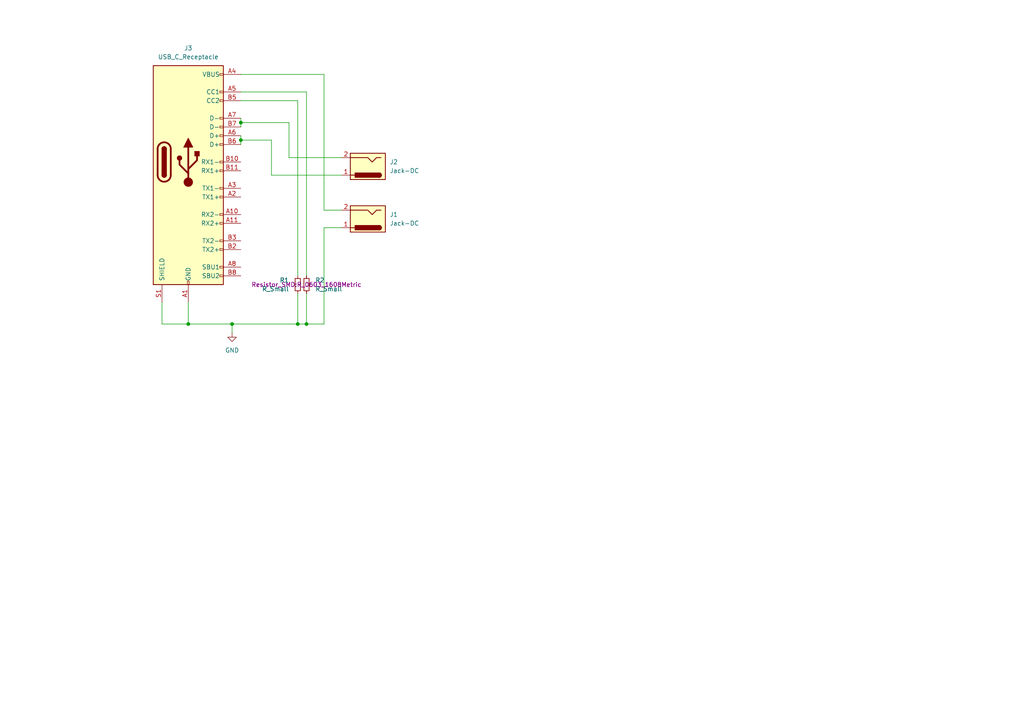
<source format=kicad_sch>
(kicad_sch (version 20230121) (generator eeschema)
  (paper "A4")
  (lib_symbols
    (symbol "Connector:Jack-DC" (pin_names (offset 1.016))
      (property "Reference" "J" (at 0 5.334 0))
      (property "Value" "Jack-DC" (at 0 -5.08 0))
      (symbol "Jack-DC_0_1"
        (rectangle (start -5.08 3.81) (end 5.08 -3.81) (stroke (width 0.254)) (fill (type background)))
        (arc (start -3.302 3.175) (mid -3.9343 2.54) (end -3.302 1.905) (stroke (width 0.254)))
        (arc (start -3.302 3.175) (mid -3.9343 2.54) (end -3.302 1.905) (stroke (width 0.254)) (fill (type outline)))
        (polyline (pts (xy 5.08 2.54) (xy 3.81 2.54)) (stroke (width 0.254)))
        (polyline (pts (xy -3.81 -2.54) (xy -2.54 -2.54) (xy -1.27 -1.27) (xy 0 -2.54) (xy 2.54 -2.54) (xy 5.08 -2.54)) (stroke (width 0.254)))
        (rectangle (start 3.683 3.175) (end -3.302 1.905) (stroke (width 0.254)) (fill (type outline)))
      )
      (symbol "Jack-DC_1_1"
        (pin passive line (at 7.62 2.54 180) (length 2.54) (name "~") (number "1"))
        (pin passive line (at 7.62 -2.54 180) (length 2.54) (name "~") (number "2"))
      )
    )
    (symbol "Connector:USB_C_Receptacle" (pin_names (offset 1.016))
      (property "Reference" "J" (at -10.16 29.21 0))
      (property "Value" "USB_C_Receptacle" (at 10.16 29.21 0))
      (symbol "USB_C_Receptacle_0_0"
        (rectangle (start -0.254 -35.56) (end 0.254 -34.544))
        (rectangle (start 10.16 -32.766) (end 9.144 -33.274))
        (rectangle (start 10.16 -30.226) (end 9.144 -30.734))
        (rectangle (start 10.16 -25.146) (end 9.144 -25.654))
        (rectangle (start 10.16 -22.606) (end 9.144 -23.114))
        (rectangle (start 10.16 -17.526) (end 9.144 -18.034))
        (rectangle (start 10.16 -14.986) (end 9.144 -15.494))
        (rectangle (start 10.16 -9.906) (end 9.144 -10.414))
        (rectangle (start 10.16 -7.366) (end 9.144 -7.874))
        (rectangle (start 10.16 -2.286) (end 9.144 -2.794))
        (rectangle (start 10.16 0.254) (end 9.144 -0.254))
        (rectangle (start 10.16 5.334) (end 9.144 4.826))
        (rectangle (start 10.16 7.874) (end 9.144 7.366))
        (rectangle (start 10.16 10.414) (end 9.144 9.906))
        (rectangle (start 10.16 12.954) (end 9.144 12.446))
        (rectangle (start 10.16 18.034) (end 9.144 17.526))
        (rectangle (start 10.16 20.574) (end 9.144 20.066))
        (rectangle (start 10.16 25.654) (end 9.144 25.146))
      )
      (symbol "USB_C_Receptacle_0_1"
        (rectangle (start -10.16 27.94) (end 10.16 -35.56) (stroke (width 0.254)) (fill (type background)))
        (arc (start -8.89 -3.81) (mid -6.985 -5.7067) (end -5.08 -3.81) (stroke (width 0.508)))
        (arc (start -7.62 -3.81) (mid -6.985 -4.4423) (end -6.35 -3.81) (stroke (width 0.254)))
        (arc (start -7.62 -3.81) (mid -6.985 -4.4423) (end -6.35 -3.81) (stroke (width 0.254)) (fill (type outline)))
        (rectangle (start -7.62 -3.81) (end -6.35 3.81) (stroke (width 0.254)) (fill (type outline)))
        (arc (start -6.35 3.81) (mid -6.985 4.4423) (end -7.62 3.81) (stroke (width 0.254)))
        (arc (start -6.35 3.81) (mid -6.985 4.4423) (end -7.62 3.81) (stroke (width 0.254)) (fill (type outline)))
        (arc (start -5.08 3.81) (mid -6.985 5.7067) (end -8.89 3.81) (stroke (width 0.508)))
        (polyline (pts (xy -8.89 -3.81) (xy -8.89 3.81)) (stroke (width 0.508)))
        (polyline (pts (xy -5.08 3.81) (xy -5.08 -3.81)) (stroke (width 0.508)))
      )
      (symbol "USB_C_Receptacle_1_1"
        (circle (center -2.54 1.143) (radius 0.635) (stroke (width 0.254)) (fill (type outline)))
        (circle (center 0 -5.842) (radius 1.27) (fill (type outline)))
        (polyline (pts (xy 0 -5.842) (xy 0 4.318)) (stroke (width 0.508)))
        (polyline (pts (xy 0 -3.302) (xy -2.54 -0.762) (xy -2.54 0.508)) (stroke (width 0.508)))
        (polyline (pts (xy 0 -2.032) (xy 2.54 0.508) (xy 2.54 1.778)) (stroke (width 0.508)))
        (polyline (pts (xy -1.27 4.318) (xy 0 6.858) (xy 1.27 4.318) (xy -1.27 4.318)) (stroke (width 0.254)) (fill (type outline)))
        (rectangle (start 1.905 1.778) (end 3.175 3.048) (stroke (width 0.254)) (fill (type outline)))
        (pin passive line (at 0 -40.64 90) (length 5.08) (name "GND") (number "A1"))
        (pin bidirectional line (at 15.24 -15.24 180) (length 5.08) (name "RX2-") (number "A10"))
        (pin bidirectional line (at 15.24 -17.78 180) (length 5.08) (name "RX2+") (number "A11"))
        (pin passive line (at 0 -40.64 90) (length 5.08) hide (name "GND") (number "A12"))
        (pin bidirectional line (at 15.24 -10.16 180) (length 5.08) (name "TX1+") (number "A2"))
        (pin bidirectional line (at 15.24 -7.62 180) (length 5.08) (name "TX1-") (number "A3"))
        (pin passive line (at 15.24 25.4 180) (length 5.08) (name "VBUS") (number "A4"))
        (pin bidirectional line (at 15.24 20.32 180) (length 5.08) (name "CC1") (number "A5"))
        (pin bidirectional line (at 15.24 7.62 180) (length 5.08) (name "D+") (number "A6"))
        (pin bidirectional line (at 15.24 12.7 180) (length 5.08) (name "D-") (number "A7"))
        (pin bidirectional line (at 15.24 -30.48 180) (length 5.08) (name "SBU1") (number "A8"))
        (pin passive line (at 15.24 25.4 180) (length 5.08) hide (name "VBUS") (number "A9"))
        (pin passive line (at 0 -40.64 90) (length 5.08) hide (name "GND") (number "B1"))
        (pin bidirectional line (at 15.24 0 180) (length 5.08) (name "RX1-") (number "B10"))
        (pin bidirectional line (at 15.24 -2.54 180) (length 5.08) (name "RX1+") (number "B11"))
        (pin passive line (at 0 -40.64 90) (length 5.08) hide (name "GND") (number "B12"))
        (pin bidirectional line (at 15.24 -25.4 180) (length 5.08) (name "TX2+") (number "B2"))
        (pin bidirectional line (at 15.24 -22.86 180) (length 5.08) (name "TX2-") (number "B3"))
        (pin passive line (at 15.24 25.4 180) (length 5.08) hide (name "VBUS") (number "B4"))
        (pin bidirectional line (at 15.24 17.78 180) (length 5.08) (name "CC2") (number "B5"))
        (pin bidirectional line (at 15.24 5.08 180) (length 5.08) (name "D+") (number "B6"))
        (pin bidirectional line (at 15.24 10.16 180) (length 5.08) (name "D-") (number "B7"))
        (pin bidirectional line (at 15.24 -33.02 180) (length 5.08) (name "SBU2") (number "B8"))
        (pin passive line (at 15.24 25.4 180) (length 5.08) hide (name "VBUS") (number "B9"))
        (pin passive line (at -7.62 -40.64 90) (length 5.08) (name "SHIELD") (number "S1"))
      )
    )
    (symbol "Device:R_Small" (pin_numbers hide) (pin_names (offset 0.254) hide)
      (property "Reference" "R" (at 0.762 0.508 0))
      (property "Value" "R_Small" (at 0.762 -1.016 0))
      (symbol "R_Small_0_1"
        (rectangle (start -0.762 1.778) (end 0.762 -1.778) (stroke (width 0.2032)))
      )
      (symbol "R_Small_1_1"
        (pin passive line (at 0 2.54 270) (length 0.762) (name "~") (number "1"))
        (pin passive line (at 0 -2.54 90) (length 0.762) (name "~") (number "2"))
      )
    )
    (symbol "power:GND" (power) (pin_names (offset 0))
      (property "Value" "GND" (at 0 -3.81 0))
      (symbol "GND_0_1"
        (polyline (pts (xy 0 0) (xy 0 -1.27) (xy 1.27 -1.27) (xy 0 -2.54) (xy -1.27 -1.27) (xy 0 -1.27)))
      )
      (symbol "GND_1_1"
        (pin power_in line (at 0 0 270) (length 0) hide (name "GND") (number "1"))
      )
    )
  )
  (junction (at 69.85 35.56))
  (junction (at 88.9 93.98))
  (junction (at 86.36 93.98))
  (junction (at 67.31 93.98))
  (junction (at 54.61 93.98))
  (junction (at 69.85 40.64))
  (wire (pts (xy 67.31 93.98) (xy 54.61 93.98)))
  (wire (pts (xy 54.61 93.98) (xy 46.99 93.98)))
  (wire (pts (xy 83.82 35.56) (xy 83.82 45.72)))
  (wire (pts (xy 69.85 26.67) (xy 88.9 26.67)))
  (wire (pts (xy 54.61 87.63) (xy 54.61 93.98)))
  (wire (pts (xy 88.9 93.98) (xy 93.98 93.98)))
  (wire (pts (xy 69.85 35.56) (xy 69.85 36.83)))
  (wire (pts (xy 88.9 85.09) (xy 88.9 93.98)))
  (wire (pts (xy 78.74 40.64) (xy 78.74 50.8)))
  (wire (pts (xy 69.85 35.56) (xy 83.82 35.56)))
  (wire (pts (xy 99.06 66.04) (xy 93.98 66.04)))
  (wire (pts (xy 93.98 66.04) (xy 93.98 93.98)))
  (wire (pts (xy 67.31 93.98) (xy 67.31 96.52)))
  (wire (pts (xy 83.82 45.72) (xy 99.06 45.72)))
  (wire (pts (xy 69.85 29.21) (xy 86.36 29.21)))
  (wire (pts (xy 86.36 85.09) (xy 86.36 93.98)))
  (wire (pts (xy 93.98 21.59) (xy 69.85 21.59)))
  (wire (pts (xy 86.36 93.98) (xy 88.9 93.98)))
  (wire (pts (xy 46.99 93.98) (xy 46.99 87.63)))
  (wire (pts (xy 86.36 29.21) (xy 86.36 80.01)))
  (wire (pts (xy 69.85 40.64) (xy 78.74 40.64)))
  (wire (pts (xy 67.31 93.98) (xy 86.36 93.98)))
  (wire (pts (xy 93.98 60.96) (xy 93.98 21.59)))
  (wire (pts (xy 78.74 50.8) (xy 99.06 50.8)))
  (wire (pts (xy 69.85 39.37) (xy 69.85 40.64)))
  (wire (pts (xy 69.85 40.64) (xy 69.85 41.91)))
  (wire (pts (xy 88.9 26.67) (xy 88.9 80.01)))
  (wire (pts (xy 99.06 60.96) (xy 93.98 60.96)))
  (wire (pts (xy 69.85 34.29) (xy 69.85 35.56)))
  (symbol (lib_id "Device:R_Small") (at 88.9 82.55 0) (unit 1)
    (property "Reference" "R2" (at 91.44 81.28 0) (effects (justify left)))
    (property "Value" "R_Small" (at 91.44 83.82 0) (effects (justify left)))
    (property "Footprint" "Resistor_SMD:R_0603_1608Metric" (at 88.9 82.55 0))
  )
  (symbol (lib_id "Connector:Jack-DC") (at 106.68 63.5 180) (unit 1)
    (property "Reference" "J1" (at 113.03 62.23 0) (effects (justify right)))
    (property "Value" "Jack-DC" (at 113.03 64.77 0) (effects (justify right)))
    (property "Footprint" "Jumper:SolderJumper-2_P1.3mm_Open_Pad1.0x1.5mm" (effects hide))
  )
  (symbol (lib_id "power:GND") (at 67.31 96.52 0) (unit 1)
    (property "Reference" "#PWR01" (effects hide))
    (property "Value" "GND" (at 67.31 101.6 0))
  )
  (symbol (lib_id "Connector:USB_C_Receptacle") (at 54.61 46.99 0) (unit 1)
    (property "Reference" "J3" (at 54.61 13.97 0))
    (property "Value" "USB_C_Receptacle" (at 54.61 16.51 0))
    (property "Footprint" "Connector_USB:USB_C_Receptacle_HRO_TYPE-C-31-M-12" (effects hide))
    (property "Datasheet" "https://www.usb.org/sites/default/files/documents/usb_type-c.zip" (effects hide))
  )
  (symbol (lib_id "Device:R_Small") (at 86.36 82.55 0) (mirror y) (unit 1)
    (property "Reference" "R1" (at 83.82 81.28 0) (effects (justify left)))
    (property "Value" "R_Small" (at 83.82 83.82 0) (effects (justify left)))
    (property "Footprint" "Resistor_SMD:R_0603_1608Metric" (effects hide))
  )
  (symbol (lib_id "Connector:Jack-DC") (at 106.68 48.26 180) (unit 1)
    (property "Reference" "J2" (at 113.03 46.99 0) (effects (justify right)))
    (property "Value" "Jack-DC" (at 113.03 49.53 0) (effects (justify right)))
    (property "Footprint" "Jumper:SolderJumper-2_P1.3mm_Open_Pad1.0x1.5mm" (effects hide))
  )
)
</source>
